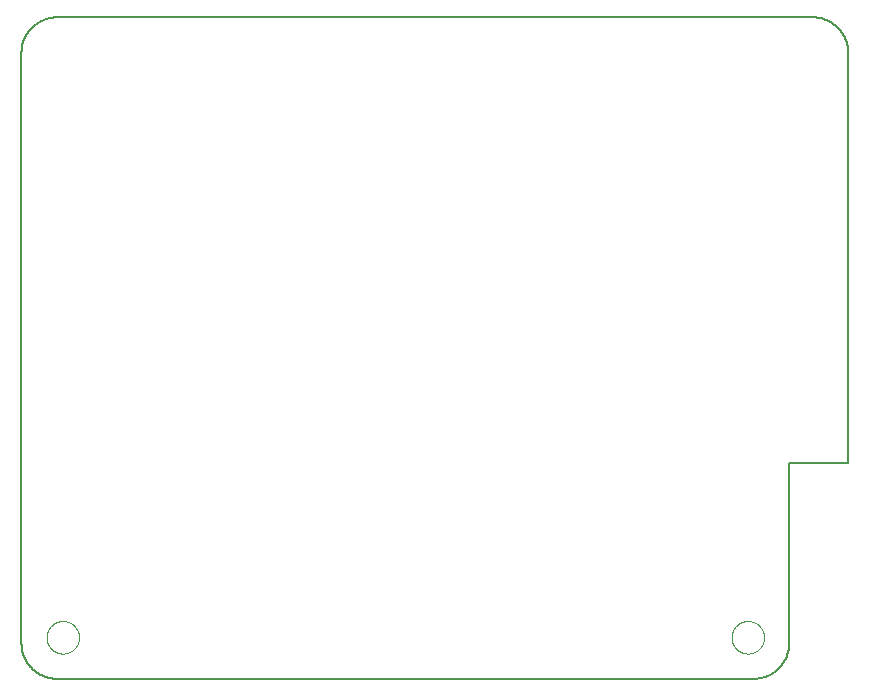
<source format=gbo>
G75*
%MOIN*%
%OFA0B0*%
%FSLAX25Y25*%
%IPPOS*%
%LPD*%
%AMOC8*
5,1,8,0,0,1.08239X$1,22.5*
%
%ADD10C,0.00500*%
%ADD11C,0.00000*%
D10*
X0016811Y0005000D02*
X0249094Y0005000D01*
X0249379Y0005003D01*
X0249665Y0005014D01*
X0249950Y0005031D01*
X0250234Y0005055D01*
X0250518Y0005086D01*
X0250801Y0005124D01*
X0251082Y0005169D01*
X0251363Y0005220D01*
X0251643Y0005278D01*
X0251921Y0005343D01*
X0252197Y0005415D01*
X0252471Y0005493D01*
X0252744Y0005578D01*
X0253014Y0005670D01*
X0253282Y0005768D01*
X0253548Y0005872D01*
X0253811Y0005983D01*
X0254071Y0006100D01*
X0254329Y0006223D01*
X0254583Y0006353D01*
X0254834Y0006489D01*
X0255082Y0006630D01*
X0255326Y0006778D01*
X0255567Y0006931D01*
X0255803Y0007091D01*
X0256036Y0007256D01*
X0256265Y0007426D01*
X0256490Y0007602D01*
X0256710Y0007784D01*
X0256926Y0007970D01*
X0257137Y0008162D01*
X0257344Y0008359D01*
X0257546Y0008561D01*
X0257743Y0008768D01*
X0257935Y0008979D01*
X0258121Y0009195D01*
X0258303Y0009415D01*
X0258479Y0009640D01*
X0258649Y0009869D01*
X0258814Y0010102D01*
X0258974Y0010338D01*
X0259127Y0010579D01*
X0259275Y0010823D01*
X0259416Y0011071D01*
X0259552Y0011322D01*
X0259682Y0011576D01*
X0259805Y0011834D01*
X0259922Y0012094D01*
X0260033Y0012357D01*
X0260137Y0012623D01*
X0260235Y0012891D01*
X0260327Y0013161D01*
X0260412Y0013434D01*
X0260490Y0013708D01*
X0260562Y0013984D01*
X0260627Y0014262D01*
X0260685Y0014542D01*
X0260736Y0014823D01*
X0260781Y0015104D01*
X0260819Y0015387D01*
X0260850Y0015671D01*
X0260874Y0015955D01*
X0260891Y0016240D01*
X0260902Y0016526D01*
X0260905Y0016811D01*
X0260906Y0016811D02*
X0260906Y0077047D01*
X0280591Y0077047D01*
X0280591Y0213661D01*
X0280588Y0213946D01*
X0280577Y0214232D01*
X0280560Y0214517D01*
X0280536Y0214801D01*
X0280505Y0215085D01*
X0280467Y0215368D01*
X0280422Y0215649D01*
X0280371Y0215930D01*
X0280313Y0216210D01*
X0280248Y0216488D01*
X0280176Y0216764D01*
X0280098Y0217038D01*
X0280013Y0217311D01*
X0279921Y0217581D01*
X0279823Y0217849D01*
X0279719Y0218115D01*
X0279608Y0218378D01*
X0279491Y0218638D01*
X0279368Y0218896D01*
X0279238Y0219150D01*
X0279102Y0219401D01*
X0278961Y0219649D01*
X0278813Y0219893D01*
X0278660Y0220134D01*
X0278500Y0220370D01*
X0278335Y0220603D01*
X0278165Y0220832D01*
X0277989Y0221057D01*
X0277807Y0221277D01*
X0277621Y0221493D01*
X0277429Y0221704D01*
X0277232Y0221911D01*
X0277030Y0222113D01*
X0276823Y0222310D01*
X0276612Y0222502D01*
X0276396Y0222688D01*
X0276176Y0222870D01*
X0275951Y0223046D01*
X0275722Y0223216D01*
X0275489Y0223381D01*
X0275253Y0223541D01*
X0275012Y0223694D01*
X0274768Y0223842D01*
X0274520Y0223983D01*
X0274269Y0224119D01*
X0274015Y0224249D01*
X0273757Y0224372D01*
X0273497Y0224489D01*
X0273234Y0224600D01*
X0272968Y0224704D01*
X0272700Y0224802D01*
X0272430Y0224894D01*
X0272157Y0224979D01*
X0271883Y0225057D01*
X0271607Y0225129D01*
X0271329Y0225194D01*
X0271049Y0225252D01*
X0270768Y0225303D01*
X0270487Y0225348D01*
X0270204Y0225386D01*
X0269920Y0225417D01*
X0269636Y0225441D01*
X0269351Y0225458D01*
X0269065Y0225469D01*
X0268780Y0225472D01*
X0016811Y0225472D01*
X0016526Y0225469D01*
X0016240Y0225458D01*
X0015955Y0225441D01*
X0015671Y0225417D01*
X0015387Y0225386D01*
X0015104Y0225348D01*
X0014823Y0225303D01*
X0014542Y0225252D01*
X0014262Y0225194D01*
X0013984Y0225129D01*
X0013708Y0225057D01*
X0013434Y0224979D01*
X0013161Y0224894D01*
X0012891Y0224802D01*
X0012623Y0224704D01*
X0012357Y0224600D01*
X0012094Y0224489D01*
X0011834Y0224372D01*
X0011576Y0224249D01*
X0011322Y0224119D01*
X0011071Y0223983D01*
X0010823Y0223842D01*
X0010579Y0223694D01*
X0010338Y0223541D01*
X0010102Y0223381D01*
X0009869Y0223216D01*
X0009640Y0223046D01*
X0009415Y0222870D01*
X0009195Y0222688D01*
X0008979Y0222502D01*
X0008768Y0222310D01*
X0008561Y0222113D01*
X0008359Y0221911D01*
X0008162Y0221704D01*
X0007970Y0221493D01*
X0007784Y0221277D01*
X0007602Y0221057D01*
X0007426Y0220832D01*
X0007256Y0220603D01*
X0007091Y0220370D01*
X0006931Y0220134D01*
X0006778Y0219893D01*
X0006630Y0219649D01*
X0006489Y0219401D01*
X0006353Y0219150D01*
X0006223Y0218896D01*
X0006100Y0218638D01*
X0005983Y0218378D01*
X0005872Y0218115D01*
X0005768Y0217849D01*
X0005670Y0217581D01*
X0005578Y0217311D01*
X0005493Y0217038D01*
X0005415Y0216764D01*
X0005343Y0216488D01*
X0005278Y0216210D01*
X0005220Y0215930D01*
X0005169Y0215649D01*
X0005124Y0215368D01*
X0005086Y0215085D01*
X0005055Y0214801D01*
X0005031Y0214517D01*
X0005014Y0214232D01*
X0005003Y0213946D01*
X0005000Y0213661D01*
X0005000Y0016811D01*
X0005003Y0016526D01*
X0005014Y0016240D01*
X0005031Y0015955D01*
X0005055Y0015671D01*
X0005086Y0015387D01*
X0005124Y0015104D01*
X0005169Y0014823D01*
X0005220Y0014542D01*
X0005278Y0014262D01*
X0005343Y0013984D01*
X0005415Y0013708D01*
X0005493Y0013434D01*
X0005578Y0013161D01*
X0005670Y0012891D01*
X0005768Y0012623D01*
X0005872Y0012357D01*
X0005983Y0012094D01*
X0006100Y0011834D01*
X0006223Y0011576D01*
X0006353Y0011322D01*
X0006489Y0011071D01*
X0006630Y0010823D01*
X0006778Y0010579D01*
X0006931Y0010338D01*
X0007091Y0010102D01*
X0007256Y0009869D01*
X0007426Y0009640D01*
X0007602Y0009415D01*
X0007784Y0009195D01*
X0007970Y0008979D01*
X0008162Y0008768D01*
X0008359Y0008561D01*
X0008561Y0008359D01*
X0008768Y0008162D01*
X0008979Y0007970D01*
X0009195Y0007784D01*
X0009415Y0007602D01*
X0009640Y0007426D01*
X0009869Y0007256D01*
X0010102Y0007091D01*
X0010338Y0006931D01*
X0010579Y0006778D01*
X0010823Y0006630D01*
X0011071Y0006489D01*
X0011322Y0006353D01*
X0011576Y0006223D01*
X0011834Y0006100D01*
X0012094Y0005983D01*
X0012357Y0005872D01*
X0012623Y0005768D01*
X0012891Y0005670D01*
X0013161Y0005578D01*
X0013434Y0005493D01*
X0013708Y0005415D01*
X0013984Y0005343D01*
X0014262Y0005278D01*
X0014542Y0005220D01*
X0014823Y0005169D01*
X0015104Y0005124D01*
X0015387Y0005086D01*
X0015671Y0005055D01*
X0015955Y0005031D01*
X0016240Y0005014D01*
X0016526Y0005003D01*
X0016811Y0005000D01*
D11*
X0013367Y0018780D02*
X0013369Y0018927D01*
X0013375Y0019073D01*
X0013385Y0019219D01*
X0013399Y0019365D01*
X0013417Y0019511D01*
X0013438Y0019656D01*
X0013464Y0019800D01*
X0013494Y0019944D01*
X0013527Y0020086D01*
X0013564Y0020228D01*
X0013605Y0020369D01*
X0013650Y0020508D01*
X0013699Y0020647D01*
X0013751Y0020784D01*
X0013808Y0020919D01*
X0013867Y0021053D01*
X0013931Y0021185D01*
X0013998Y0021315D01*
X0014068Y0021444D01*
X0014142Y0021571D01*
X0014219Y0021695D01*
X0014300Y0021818D01*
X0014384Y0021938D01*
X0014471Y0022056D01*
X0014561Y0022171D01*
X0014654Y0022284D01*
X0014751Y0022395D01*
X0014850Y0022503D01*
X0014952Y0022608D01*
X0015057Y0022710D01*
X0015165Y0022809D01*
X0015276Y0022906D01*
X0015389Y0022999D01*
X0015504Y0023089D01*
X0015622Y0023176D01*
X0015742Y0023260D01*
X0015865Y0023341D01*
X0015989Y0023418D01*
X0016116Y0023492D01*
X0016245Y0023562D01*
X0016375Y0023629D01*
X0016507Y0023693D01*
X0016641Y0023752D01*
X0016776Y0023809D01*
X0016913Y0023861D01*
X0017052Y0023910D01*
X0017191Y0023955D01*
X0017332Y0023996D01*
X0017474Y0024033D01*
X0017616Y0024066D01*
X0017760Y0024096D01*
X0017904Y0024122D01*
X0018049Y0024143D01*
X0018195Y0024161D01*
X0018341Y0024175D01*
X0018487Y0024185D01*
X0018633Y0024191D01*
X0018780Y0024193D01*
X0018927Y0024191D01*
X0019073Y0024185D01*
X0019219Y0024175D01*
X0019365Y0024161D01*
X0019511Y0024143D01*
X0019656Y0024122D01*
X0019800Y0024096D01*
X0019944Y0024066D01*
X0020086Y0024033D01*
X0020228Y0023996D01*
X0020369Y0023955D01*
X0020508Y0023910D01*
X0020647Y0023861D01*
X0020784Y0023809D01*
X0020919Y0023752D01*
X0021053Y0023693D01*
X0021185Y0023629D01*
X0021315Y0023562D01*
X0021444Y0023492D01*
X0021571Y0023418D01*
X0021695Y0023341D01*
X0021818Y0023260D01*
X0021938Y0023176D01*
X0022056Y0023089D01*
X0022171Y0022999D01*
X0022284Y0022906D01*
X0022395Y0022809D01*
X0022503Y0022710D01*
X0022608Y0022608D01*
X0022710Y0022503D01*
X0022809Y0022395D01*
X0022906Y0022284D01*
X0022999Y0022171D01*
X0023089Y0022056D01*
X0023176Y0021938D01*
X0023260Y0021818D01*
X0023341Y0021695D01*
X0023418Y0021571D01*
X0023492Y0021444D01*
X0023562Y0021315D01*
X0023629Y0021185D01*
X0023693Y0021053D01*
X0023752Y0020919D01*
X0023809Y0020784D01*
X0023861Y0020647D01*
X0023910Y0020508D01*
X0023955Y0020369D01*
X0023996Y0020228D01*
X0024033Y0020086D01*
X0024066Y0019944D01*
X0024096Y0019800D01*
X0024122Y0019656D01*
X0024143Y0019511D01*
X0024161Y0019365D01*
X0024175Y0019219D01*
X0024185Y0019073D01*
X0024191Y0018927D01*
X0024193Y0018780D01*
X0024191Y0018633D01*
X0024185Y0018487D01*
X0024175Y0018341D01*
X0024161Y0018195D01*
X0024143Y0018049D01*
X0024122Y0017904D01*
X0024096Y0017760D01*
X0024066Y0017616D01*
X0024033Y0017474D01*
X0023996Y0017332D01*
X0023955Y0017191D01*
X0023910Y0017052D01*
X0023861Y0016913D01*
X0023809Y0016776D01*
X0023752Y0016641D01*
X0023693Y0016507D01*
X0023629Y0016375D01*
X0023562Y0016245D01*
X0023492Y0016116D01*
X0023418Y0015989D01*
X0023341Y0015865D01*
X0023260Y0015742D01*
X0023176Y0015622D01*
X0023089Y0015504D01*
X0022999Y0015389D01*
X0022906Y0015276D01*
X0022809Y0015165D01*
X0022710Y0015057D01*
X0022608Y0014952D01*
X0022503Y0014850D01*
X0022395Y0014751D01*
X0022284Y0014654D01*
X0022171Y0014561D01*
X0022056Y0014471D01*
X0021938Y0014384D01*
X0021818Y0014300D01*
X0021695Y0014219D01*
X0021571Y0014142D01*
X0021444Y0014068D01*
X0021315Y0013998D01*
X0021185Y0013931D01*
X0021053Y0013867D01*
X0020919Y0013808D01*
X0020784Y0013751D01*
X0020647Y0013699D01*
X0020508Y0013650D01*
X0020369Y0013605D01*
X0020228Y0013564D01*
X0020086Y0013527D01*
X0019944Y0013494D01*
X0019800Y0013464D01*
X0019656Y0013438D01*
X0019511Y0013417D01*
X0019365Y0013399D01*
X0019219Y0013385D01*
X0019073Y0013375D01*
X0018927Y0013369D01*
X0018780Y0013367D01*
X0018633Y0013369D01*
X0018487Y0013375D01*
X0018341Y0013385D01*
X0018195Y0013399D01*
X0018049Y0013417D01*
X0017904Y0013438D01*
X0017760Y0013464D01*
X0017616Y0013494D01*
X0017474Y0013527D01*
X0017332Y0013564D01*
X0017191Y0013605D01*
X0017052Y0013650D01*
X0016913Y0013699D01*
X0016776Y0013751D01*
X0016641Y0013808D01*
X0016507Y0013867D01*
X0016375Y0013931D01*
X0016245Y0013998D01*
X0016116Y0014068D01*
X0015989Y0014142D01*
X0015865Y0014219D01*
X0015742Y0014300D01*
X0015622Y0014384D01*
X0015504Y0014471D01*
X0015389Y0014561D01*
X0015276Y0014654D01*
X0015165Y0014751D01*
X0015057Y0014850D01*
X0014952Y0014952D01*
X0014850Y0015057D01*
X0014751Y0015165D01*
X0014654Y0015276D01*
X0014561Y0015389D01*
X0014471Y0015504D01*
X0014384Y0015622D01*
X0014300Y0015742D01*
X0014219Y0015865D01*
X0014142Y0015989D01*
X0014068Y0016116D01*
X0013998Y0016245D01*
X0013931Y0016375D01*
X0013867Y0016507D01*
X0013808Y0016641D01*
X0013751Y0016776D01*
X0013699Y0016913D01*
X0013650Y0017052D01*
X0013605Y0017191D01*
X0013564Y0017332D01*
X0013527Y0017474D01*
X0013494Y0017616D01*
X0013464Y0017760D01*
X0013438Y0017904D01*
X0013417Y0018049D01*
X0013399Y0018195D01*
X0013385Y0018341D01*
X0013375Y0018487D01*
X0013369Y0018633D01*
X0013367Y0018780D01*
X0241713Y0018780D02*
X0241715Y0018927D01*
X0241721Y0019073D01*
X0241731Y0019219D01*
X0241745Y0019365D01*
X0241763Y0019511D01*
X0241784Y0019656D01*
X0241810Y0019800D01*
X0241840Y0019944D01*
X0241873Y0020086D01*
X0241910Y0020228D01*
X0241951Y0020369D01*
X0241996Y0020508D01*
X0242045Y0020647D01*
X0242097Y0020784D01*
X0242154Y0020919D01*
X0242213Y0021053D01*
X0242277Y0021185D01*
X0242344Y0021315D01*
X0242414Y0021444D01*
X0242488Y0021571D01*
X0242565Y0021695D01*
X0242646Y0021818D01*
X0242730Y0021938D01*
X0242817Y0022056D01*
X0242907Y0022171D01*
X0243000Y0022284D01*
X0243097Y0022395D01*
X0243196Y0022503D01*
X0243298Y0022608D01*
X0243403Y0022710D01*
X0243511Y0022809D01*
X0243622Y0022906D01*
X0243735Y0022999D01*
X0243850Y0023089D01*
X0243968Y0023176D01*
X0244088Y0023260D01*
X0244211Y0023341D01*
X0244335Y0023418D01*
X0244462Y0023492D01*
X0244591Y0023562D01*
X0244721Y0023629D01*
X0244853Y0023693D01*
X0244987Y0023752D01*
X0245122Y0023809D01*
X0245259Y0023861D01*
X0245398Y0023910D01*
X0245537Y0023955D01*
X0245678Y0023996D01*
X0245820Y0024033D01*
X0245962Y0024066D01*
X0246106Y0024096D01*
X0246250Y0024122D01*
X0246395Y0024143D01*
X0246541Y0024161D01*
X0246687Y0024175D01*
X0246833Y0024185D01*
X0246979Y0024191D01*
X0247126Y0024193D01*
X0247273Y0024191D01*
X0247419Y0024185D01*
X0247565Y0024175D01*
X0247711Y0024161D01*
X0247857Y0024143D01*
X0248002Y0024122D01*
X0248146Y0024096D01*
X0248290Y0024066D01*
X0248432Y0024033D01*
X0248574Y0023996D01*
X0248715Y0023955D01*
X0248854Y0023910D01*
X0248993Y0023861D01*
X0249130Y0023809D01*
X0249265Y0023752D01*
X0249399Y0023693D01*
X0249531Y0023629D01*
X0249661Y0023562D01*
X0249790Y0023492D01*
X0249917Y0023418D01*
X0250041Y0023341D01*
X0250164Y0023260D01*
X0250284Y0023176D01*
X0250402Y0023089D01*
X0250517Y0022999D01*
X0250630Y0022906D01*
X0250741Y0022809D01*
X0250849Y0022710D01*
X0250954Y0022608D01*
X0251056Y0022503D01*
X0251155Y0022395D01*
X0251252Y0022284D01*
X0251345Y0022171D01*
X0251435Y0022056D01*
X0251522Y0021938D01*
X0251606Y0021818D01*
X0251687Y0021695D01*
X0251764Y0021571D01*
X0251838Y0021444D01*
X0251908Y0021315D01*
X0251975Y0021185D01*
X0252039Y0021053D01*
X0252098Y0020919D01*
X0252155Y0020784D01*
X0252207Y0020647D01*
X0252256Y0020508D01*
X0252301Y0020369D01*
X0252342Y0020228D01*
X0252379Y0020086D01*
X0252412Y0019944D01*
X0252442Y0019800D01*
X0252468Y0019656D01*
X0252489Y0019511D01*
X0252507Y0019365D01*
X0252521Y0019219D01*
X0252531Y0019073D01*
X0252537Y0018927D01*
X0252539Y0018780D01*
X0252537Y0018633D01*
X0252531Y0018487D01*
X0252521Y0018341D01*
X0252507Y0018195D01*
X0252489Y0018049D01*
X0252468Y0017904D01*
X0252442Y0017760D01*
X0252412Y0017616D01*
X0252379Y0017474D01*
X0252342Y0017332D01*
X0252301Y0017191D01*
X0252256Y0017052D01*
X0252207Y0016913D01*
X0252155Y0016776D01*
X0252098Y0016641D01*
X0252039Y0016507D01*
X0251975Y0016375D01*
X0251908Y0016245D01*
X0251838Y0016116D01*
X0251764Y0015989D01*
X0251687Y0015865D01*
X0251606Y0015742D01*
X0251522Y0015622D01*
X0251435Y0015504D01*
X0251345Y0015389D01*
X0251252Y0015276D01*
X0251155Y0015165D01*
X0251056Y0015057D01*
X0250954Y0014952D01*
X0250849Y0014850D01*
X0250741Y0014751D01*
X0250630Y0014654D01*
X0250517Y0014561D01*
X0250402Y0014471D01*
X0250284Y0014384D01*
X0250164Y0014300D01*
X0250041Y0014219D01*
X0249917Y0014142D01*
X0249790Y0014068D01*
X0249661Y0013998D01*
X0249531Y0013931D01*
X0249399Y0013867D01*
X0249265Y0013808D01*
X0249130Y0013751D01*
X0248993Y0013699D01*
X0248854Y0013650D01*
X0248715Y0013605D01*
X0248574Y0013564D01*
X0248432Y0013527D01*
X0248290Y0013494D01*
X0248146Y0013464D01*
X0248002Y0013438D01*
X0247857Y0013417D01*
X0247711Y0013399D01*
X0247565Y0013385D01*
X0247419Y0013375D01*
X0247273Y0013369D01*
X0247126Y0013367D01*
X0246979Y0013369D01*
X0246833Y0013375D01*
X0246687Y0013385D01*
X0246541Y0013399D01*
X0246395Y0013417D01*
X0246250Y0013438D01*
X0246106Y0013464D01*
X0245962Y0013494D01*
X0245820Y0013527D01*
X0245678Y0013564D01*
X0245537Y0013605D01*
X0245398Y0013650D01*
X0245259Y0013699D01*
X0245122Y0013751D01*
X0244987Y0013808D01*
X0244853Y0013867D01*
X0244721Y0013931D01*
X0244591Y0013998D01*
X0244462Y0014068D01*
X0244335Y0014142D01*
X0244211Y0014219D01*
X0244088Y0014300D01*
X0243968Y0014384D01*
X0243850Y0014471D01*
X0243735Y0014561D01*
X0243622Y0014654D01*
X0243511Y0014751D01*
X0243403Y0014850D01*
X0243298Y0014952D01*
X0243196Y0015057D01*
X0243097Y0015165D01*
X0243000Y0015276D01*
X0242907Y0015389D01*
X0242817Y0015504D01*
X0242730Y0015622D01*
X0242646Y0015742D01*
X0242565Y0015865D01*
X0242488Y0015989D01*
X0242414Y0016116D01*
X0242344Y0016245D01*
X0242277Y0016375D01*
X0242213Y0016507D01*
X0242154Y0016641D01*
X0242097Y0016776D01*
X0242045Y0016913D01*
X0241996Y0017052D01*
X0241951Y0017191D01*
X0241910Y0017332D01*
X0241873Y0017474D01*
X0241840Y0017616D01*
X0241810Y0017760D01*
X0241784Y0017904D01*
X0241763Y0018049D01*
X0241745Y0018195D01*
X0241731Y0018341D01*
X0241721Y0018487D01*
X0241715Y0018633D01*
X0241713Y0018780D01*
M02*

</source>
